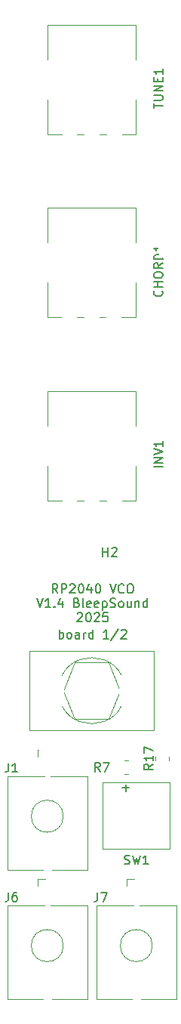
<source format=gto>
G04 #@! TF.GenerationSoftware,KiCad,Pcbnew,8.0.6-8.0.6-0~ubuntu22.04.1*
G04 #@! TF.CreationDate,2025-04-15T21:33:46+01:00*
G04 #@! TF.ProjectId,RP2040-VCO,52503230-3430-42d5-9643-4f2e6b696361,rev?*
G04 #@! TF.SameCoordinates,Original*
G04 #@! TF.FileFunction,Legend,Top*
G04 #@! TF.FilePolarity,Positive*
%FSLAX46Y46*%
G04 Gerber Fmt 4.6, Leading zero omitted, Abs format (unit mm)*
G04 Created by KiCad (PCBNEW 8.0.6-8.0.6-0~ubuntu22.04.1) date 2025-04-15 21:33:46*
%MOMM*%
%LPD*%
G01*
G04 APERTURE LIST*
%ADD10C,0.150000*%
%ADD11C,0.120000*%
%ADD12R,1.930000X1.830000*%
%ADD13C,2.130000*%
%ADD14C,4.000000*%
%ADD15C,1.800000*%
%ADD16C,1.500000*%
%ADD17C,1.524000*%
%ADD18C,3.200000*%
%ADD19O,3.200000X5.000000*%
%ADD20R,1.700000X1.700000*%
%ADD21O,1.700000X1.700000*%
G04 APERTURE END LIST*
D10*
X80171428Y-100544875D02*
X79838095Y-100068684D01*
X79600000Y-100544875D02*
X79600000Y-99544875D01*
X79600000Y-99544875D02*
X79980952Y-99544875D01*
X79980952Y-99544875D02*
X80076190Y-99592494D01*
X80076190Y-99592494D02*
X80123809Y-99640113D01*
X80123809Y-99640113D02*
X80171428Y-99735351D01*
X80171428Y-99735351D02*
X80171428Y-99878208D01*
X80171428Y-99878208D02*
X80123809Y-99973446D01*
X80123809Y-99973446D02*
X80076190Y-100021065D01*
X80076190Y-100021065D02*
X79980952Y-100068684D01*
X79980952Y-100068684D02*
X79600000Y-100068684D01*
X80600000Y-100544875D02*
X80600000Y-99544875D01*
X80600000Y-99544875D02*
X80980952Y-99544875D01*
X80980952Y-99544875D02*
X81076190Y-99592494D01*
X81076190Y-99592494D02*
X81123809Y-99640113D01*
X81123809Y-99640113D02*
X81171428Y-99735351D01*
X81171428Y-99735351D02*
X81171428Y-99878208D01*
X81171428Y-99878208D02*
X81123809Y-99973446D01*
X81123809Y-99973446D02*
X81076190Y-100021065D01*
X81076190Y-100021065D02*
X80980952Y-100068684D01*
X80980952Y-100068684D02*
X80600000Y-100068684D01*
X81552381Y-99640113D02*
X81600000Y-99592494D01*
X81600000Y-99592494D02*
X81695238Y-99544875D01*
X81695238Y-99544875D02*
X81933333Y-99544875D01*
X81933333Y-99544875D02*
X82028571Y-99592494D01*
X82028571Y-99592494D02*
X82076190Y-99640113D01*
X82076190Y-99640113D02*
X82123809Y-99735351D01*
X82123809Y-99735351D02*
X82123809Y-99830589D01*
X82123809Y-99830589D02*
X82076190Y-99973446D01*
X82076190Y-99973446D02*
X81504762Y-100544875D01*
X81504762Y-100544875D02*
X82123809Y-100544875D01*
X82742857Y-99544875D02*
X82838095Y-99544875D01*
X82838095Y-99544875D02*
X82933333Y-99592494D01*
X82933333Y-99592494D02*
X82980952Y-99640113D01*
X82980952Y-99640113D02*
X83028571Y-99735351D01*
X83028571Y-99735351D02*
X83076190Y-99925827D01*
X83076190Y-99925827D02*
X83076190Y-100163922D01*
X83076190Y-100163922D02*
X83028571Y-100354398D01*
X83028571Y-100354398D02*
X82980952Y-100449636D01*
X82980952Y-100449636D02*
X82933333Y-100497256D01*
X82933333Y-100497256D02*
X82838095Y-100544875D01*
X82838095Y-100544875D02*
X82742857Y-100544875D01*
X82742857Y-100544875D02*
X82647619Y-100497256D01*
X82647619Y-100497256D02*
X82600000Y-100449636D01*
X82600000Y-100449636D02*
X82552381Y-100354398D01*
X82552381Y-100354398D02*
X82504762Y-100163922D01*
X82504762Y-100163922D02*
X82504762Y-99925827D01*
X82504762Y-99925827D02*
X82552381Y-99735351D01*
X82552381Y-99735351D02*
X82600000Y-99640113D01*
X82600000Y-99640113D02*
X82647619Y-99592494D01*
X82647619Y-99592494D02*
X82742857Y-99544875D01*
X83933333Y-99878208D02*
X83933333Y-100544875D01*
X83695238Y-99497256D02*
X83457143Y-100211541D01*
X83457143Y-100211541D02*
X84076190Y-100211541D01*
X84647619Y-99544875D02*
X84742857Y-99544875D01*
X84742857Y-99544875D02*
X84838095Y-99592494D01*
X84838095Y-99592494D02*
X84885714Y-99640113D01*
X84885714Y-99640113D02*
X84933333Y-99735351D01*
X84933333Y-99735351D02*
X84980952Y-99925827D01*
X84980952Y-99925827D02*
X84980952Y-100163922D01*
X84980952Y-100163922D02*
X84933333Y-100354398D01*
X84933333Y-100354398D02*
X84885714Y-100449636D01*
X84885714Y-100449636D02*
X84838095Y-100497256D01*
X84838095Y-100497256D02*
X84742857Y-100544875D01*
X84742857Y-100544875D02*
X84647619Y-100544875D01*
X84647619Y-100544875D02*
X84552381Y-100497256D01*
X84552381Y-100497256D02*
X84504762Y-100449636D01*
X84504762Y-100449636D02*
X84457143Y-100354398D01*
X84457143Y-100354398D02*
X84409524Y-100163922D01*
X84409524Y-100163922D02*
X84409524Y-99925827D01*
X84409524Y-99925827D02*
X84457143Y-99735351D01*
X84457143Y-99735351D02*
X84504762Y-99640113D01*
X84504762Y-99640113D02*
X84552381Y-99592494D01*
X84552381Y-99592494D02*
X84647619Y-99544875D01*
X86028572Y-99544875D02*
X86361905Y-100544875D01*
X86361905Y-100544875D02*
X86695238Y-99544875D01*
X87600000Y-100449636D02*
X87552381Y-100497256D01*
X87552381Y-100497256D02*
X87409524Y-100544875D01*
X87409524Y-100544875D02*
X87314286Y-100544875D01*
X87314286Y-100544875D02*
X87171429Y-100497256D01*
X87171429Y-100497256D02*
X87076191Y-100402017D01*
X87076191Y-100402017D02*
X87028572Y-100306779D01*
X87028572Y-100306779D02*
X86980953Y-100116303D01*
X86980953Y-100116303D02*
X86980953Y-99973446D01*
X86980953Y-99973446D02*
X87028572Y-99782970D01*
X87028572Y-99782970D02*
X87076191Y-99687732D01*
X87076191Y-99687732D02*
X87171429Y-99592494D01*
X87171429Y-99592494D02*
X87314286Y-99544875D01*
X87314286Y-99544875D02*
X87409524Y-99544875D01*
X87409524Y-99544875D02*
X87552381Y-99592494D01*
X87552381Y-99592494D02*
X87600000Y-99640113D01*
X88219048Y-99544875D02*
X88409524Y-99544875D01*
X88409524Y-99544875D02*
X88504762Y-99592494D01*
X88504762Y-99592494D02*
X88600000Y-99687732D01*
X88600000Y-99687732D02*
X88647619Y-99878208D01*
X88647619Y-99878208D02*
X88647619Y-100211541D01*
X88647619Y-100211541D02*
X88600000Y-100402017D01*
X88600000Y-100402017D02*
X88504762Y-100497256D01*
X88504762Y-100497256D02*
X88409524Y-100544875D01*
X88409524Y-100544875D02*
X88219048Y-100544875D01*
X88219048Y-100544875D02*
X88123810Y-100497256D01*
X88123810Y-100497256D02*
X88028572Y-100402017D01*
X88028572Y-100402017D02*
X87980953Y-100211541D01*
X87980953Y-100211541D02*
X87980953Y-99878208D01*
X87980953Y-99878208D02*
X88028572Y-99687732D01*
X88028572Y-99687732D02*
X88123810Y-99592494D01*
X88123810Y-99592494D02*
X88219048Y-99544875D01*
X77838095Y-101154819D02*
X78171428Y-102154819D01*
X78171428Y-102154819D02*
X78504761Y-101154819D01*
X79361904Y-102154819D02*
X78790476Y-102154819D01*
X79076190Y-102154819D02*
X79076190Y-101154819D01*
X79076190Y-101154819D02*
X78980952Y-101297676D01*
X78980952Y-101297676D02*
X78885714Y-101392914D01*
X78885714Y-101392914D02*
X78790476Y-101440533D01*
X79790476Y-102059580D02*
X79838095Y-102107200D01*
X79838095Y-102107200D02*
X79790476Y-102154819D01*
X79790476Y-102154819D02*
X79742857Y-102107200D01*
X79742857Y-102107200D02*
X79790476Y-102059580D01*
X79790476Y-102059580D02*
X79790476Y-102154819D01*
X80695237Y-101488152D02*
X80695237Y-102154819D01*
X80457142Y-101107200D02*
X80219047Y-101821485D01*
X80219047Y-101821485D02*
X80838094Y-101821485D01*
X82314285Y-101631009D02*
X82457142Y-101678628D01*
X82457142Y-101678628D02*
X82504761Y-101726247D01*
X82504761Y-101726247D02*
X82552380Y-101821485D01*
X82552380Y-101821485D02*
X82552380Y-101964342D01*
X82552380Y-101964342D02*
X82504761Y-102059580D01*
X82504761Y-102059580D02*
X82457142Y-102107200D01*
X82457142Y-102107200D02*
X82361904Y-102154819D01*
X82361904Y-102154819D02*
X81980952Y-102154819D01*
X81980952Y-102154819D02*
X81980952Y-101154819D01*
X81980952Y-101154819D02*
X82314285Y-101154819D01*
X82314285Y-101154819D02*
X82409523Y-101202438D01*
X82409523Y-101202438D02*
X82457142Y-101250057D01*
X82457142Y-101250057D02*
X82504761Y-101345295D01*
X82504761Y-101345295D02*
X82504761Y-101440533D01*
X82504761Y-101440533D02*
X82457142Y-101535771D01*
X82457142Y-101535771D02*
X82409523Y-101583390D01*
X82409523Y-101583390D02*
X82314285Y-101631009D01*
X82314285Y-101631009D02*
X81980952Y-101631009D01*
X83123809Y-102154819D02*
X83028571Y-102107200D01*
X83028571Y-102107200D02*
X82980952Y-102011961D01*
X82980952Y-102011961D02*
X82980952Y-101154819D01*
X83885714Y-102107200D02*
X83790476Y-102154819D01*
X83790476Y-102154819D02*
X83600000Y-102154819D01*
X83600000Y-102154819D02*
X83504762Y-102107200D01*
X83504762Y-102107200D02*
X83457143Y-102011961D01*
X83457143Y-102011961D02*
X83457143Y-101631009D01*
X83457143Y-101631009D02*
X83504762Y-101535771D01*
X83504762Y-101535771D02*
X83600000Y-101488152D01*
X83600000Y-101488152D02*
X83790476Y-101488152D01*
X83790476Y-101488152D02*
X83885714Y-101535771D01*
X83885714Y-101535771D02*
X83933333Y-101631009D01*
X83933333Y-101631009D02*
X83933333Y-101726247D01*
X83933333Y-101726247D02*
X83457143Y-101821485D01*
X84742857Y-102107200D02*
X84647619Y-102154819D01*
X84647619Y-102154819D02*
X84457143Y-102154819D01*
X84457143Y-102154819D02*
X84361905Y-102107200D01*
X84361905Y-102107200D02*
X84314286Y-102011961D01*
X84314286Y-102011961D02*
X84314286Y-101631009D01*
X84314286Y-101631009D02*
X84361905Y-101535771D01*
X84361905Y-101535771D02*
X84457143Y-101488152D01*
X84457143Y-101488152D02*
X84647619Y-101488152D01*
X84647619Y-101488152D02*
X84742857Y-101535771D01*
X84742857Y-101535771D02*
X84790476Y-101631009D01*
X84790476Y-101631009D02*
X84790476Y-101726247D01*
X84790476Y-101726247D02*
X84314286Y-101821485D01*
X85219048Y-101488152D02*
X85219048Y-102488152D01*
X85219048Y-101535771D02*
X85314286Y-101488152D01*
X85314286Y-101488152D02*
X85504762Y-101488152D01*
X85504762Y-101488152D02*
X85600000Y-101535771D01*
X85600000Y-101535771D02*
X85647619Y-101583390D01*
X85647619Y-101583390D02*
X85695238Y-101678628D01*
X85695238Y-101678628D02*
X85695238Y-101964342D01*
X85695238Y-101964342D02*
X85647619Y-102059580D01*
X85647619Y-102059580D02*
X85600000Y-102107200D01*
X85600000Y-102107200D02*
X85504762Y-102154819D01*
X85504762Y-102154819D02*
X85314286Y-102154819D01*
X85314286Y-102154819D02*
X85219048Y-102107200D01*
X86076191Y-102107200D02*
X86219048Y-102154819D01*
X86219048Y-102154819D02*
X86457143Y-102154819D01*
X86457143Y-102154819D02*
X86552381Y-102107200D01*
X86552381Y-102107200D02*
X86600000Y-102059580D01*
X86600000Y-102059580D02*
X86647619Y-101964342D01*
X86647619Y-101964342D02*
X86647619Y-101869104D01*
X86647619Y-101869104D02*
X86600000Y-101773866D01*
X86600000Y-101773866D02*
X86552381Y-101726247D01*
X86552381Y-101726247D02*
X86457143Y-101678628D01*
X86457143Y-101678628D02*
X86266667Y-101631009D01*
X86266667Y-101631009D02*
X86171429Y-101583390D01*
X86171429Y-101583390D02*
X86123810Y-101535771D01*
X86123810Y-101535771D02*
X86076191Y-101440533D01*
X86076191Y-101440533D02*
X86076191Y-101345295D01*
X86076191Y-101345295D02*
X86123810Y-101250057D01*
X86123810Y-101250057D02*
X86171429Y-101202438D01*
X86171429Y-101202438D02*
X86266667Y-101154819D01*
X86266667Y-101154819D02*
X86504762Y-101154819D01*
X86504762Y-101154819D02*
X86647619Y-101202438D01*
X87219048Y-102154819D02*
X87123810Y-102107200D01*
X87123810Y-102107200D02*
X87076191Y-102059580D01*
X87076191Y-102059580D02*
X87028572Y-101964342D01*
X87028572Y-101964342D02*
X87028572Y-101678628D01*
X87028572Y-101678628D02*
X87076191Y-101583390D01*
X87076191Y-101583390D02*
X87123810Y-101535771D01*
X87123810Y-101535771D02*
X87219048Y-101488152D01*
X87219048Y-101488152D02*
X87361905Y-101488152D01*
X87361905Y-101488152D02*
X87457143Y-101535771D01*
X87457143Y-101535771D02*
X87504762Y-101583390D01*
X87504762Y-101583390D02*
X87552381Y-101678628D01*
X87552381Y-101678628D02*
X87552381Y-101964342D01*
X87552381Y-101964342D02*
X87504762Y-102059580D01*
X87504762Y-102059580D02*
X87457143Y-102107200D01*
X87457143Y-102107200D02*
X87361905Y-102154819D01*
X87361905Y-102154819D02*
X87219048Y-102154819D01*
X88409524Y-101488152D02*
X88409524Y-102154819D01*
X87980953Y-101488152D02*
X87980953Y-102011961D01*
X87980953Y-102011961D02*
X88028572Y-102107200D01*
X88028572Y-102107200D02*
X88123810Y-102154819D01*
X88123810Y-102154819D02*
X88266667Y-102154819D01*
X88266667Y-102154819D02*
X88361905Y-102107200D01*
X88361905Y-102107200D02*
X88409524Y-102059580D01*
X88885715Y-101488152D02*
X88885715Y-102154819D01*
X88885715Y-101583390D02*
X88933334Y-101535771D01*
X88933334Y-101535771D02*
X89028572Y-101488152D01*
X89028572Y-101488152D02*
X89171429Y-101488152D01*
X89171429Y-101488152D02*
X89266667Y-101535771D01*
X89266667Y-101535771D02*
X89314286Y-101631009D01*
X89314286Y-101631009D02*
X89314286Y-102154819D01*
X90219048Y-102154819D02*
X90219048Y-101154819D01*
X90219048Y-102107200D02*
X90123810Y-102154819D01*
X90123810Y-102154819D02*
X89933334Y-102154819D01*
X89933334Y-102154819D02*
X89838096Y-102107200D01*
X89838096Y-102107200D02*
X89790477Y-102059580D01*
X89790477Y-102059580D02*
X89742858Y-101964342D01*
X89742858Y-101964342D02*
X89742858Y-101678628D01*
X89742858Y-101678628D02*
X89790477Y-101583390D01*
X89790477Y-101583390D02*
X89838096Y-101535771D01*
X89838096Y-101535771D02*
X89933334Y-101488152D01*
X89933334Y-101488152D02*
X90123810Y-101488152D01*
X90123810Y-101488152D02*
X90219048Y-101535771D01*
X82385714Y-102860001D02*
X82433333Y-102812382D01*
X82433333Y-102812382D02*
X82528571Y-102764763D01*
X82528571Y-102764763D02*
X82766666Y-102764763D01*
X82766666Y-102764763D02*
X82861904Y-102812382D01*
X82861904Y-102812382D02*
X82909523Y-102860001D01*
X82909523Y-102860001D02*
X82957142Y-102955239D01*
X82957142Y-102955239D02*
X82957142Y-103050477D01*
X82957142Y-103050477D02*
X82909523Y-103193334D01*
X82909523Y-103193334D02*
X82338095Y-103764763D01*
X82338095Y-103764763D02*
X82957142Y-103764763D01*
X83576190Y-102764763D02*
X83671428Y-102764763D01*
X83671428Y-102764763D02*
X83766666Y-102812382D01*
X83766666Y-102812382D02*
X83814285Y-102860001D01*
X83814285Y-102860001D02*
X83861904Y-102955239D01*
X83861904Y-102955239D02*
X83909523Y-103145715D01*
X83909523Y-103145715D02*
X83909523Y-103383810D01*
X83909523Y-103383810D02*
X83861904Y-103574286D01*
X83861904Y-103574286D02*
X83814285Y-103669524D01*
X83814285Y-103669524D02*
X83766666Y-103717144D01*
X83766666Y-103717144D02*
X83671428Y-103764763D01*
X83671428Y-103764763D02*
X83576190Y-103764763D01*
X83576190Y-103764763D02*
X83480952Y-103717144D01*
X83480952Y-103717144D02*
X83433333Y-103669524D01*
X83433333Y-103669524D02*
X83385714Y-103574286D01*
X83385714Y-103574286D02*
X83338095Y-103383810D01*
X83338095Y-103383810D02*
X83338095Y-103145715D01*
X83338095Y-103145715D02*
X83385714Y-102955239D01*
X83385714Y-102955239D02*
X83433333Y-102860001D01*
X83433333Y-102860001D02*
X83480952Y-102812382D01*
X83480952Y-102812382D02*
X83576190Y-102764763D01*
X84290476Y-102860001D02*
X84338095Y-102812382D01*
X84338095Y-102812382D02*
X84433333Y-102764763D01*
X84433333Y-102764763D02*
X84671428Y-102764763D01*
X84671428Y-102764763D02*
X84766666Y-102812382D01*
X84766666Y-102812382D02*
X84814285Y-102860001D01*
X84814285Y-102860001D02*
X84861904Y-102955239D01*
X84861904Y-102955239D02*
X84861904Y-103050477D01*
X84861904Y-103050477D02*
X84814285Y-103193334D01*
X84814285Y-103193334D02*
X84242857Y-103764763D01*
X84242857Y-103764763D02*
X84861904Y-103764763D01*
X85766666Y-102764763D02*
X85290476Y-102764763D01*
X85290476Y-102764763D02*
X85242857Y-103240953D01*
X85242857Y-103240953D02*
X85290476Y-103193334D01*
X85290476Y-103193334D02*
X85385714Y-103145715D01*
X85385714Y-103145715D02*
X85623809Y-103145715D01*
X85623809Y-103145715D02*
X85719047Y-103193334D01*
X85719047Y-103193334D02*
X85766666Y-103240953D01*
X85766666Y-103240953D02*
X85814285Y-103336191D01*
X85814285Y-103336191D02*
X85814285Y-103574286D01*
X85814285Y-103574286D02*
X85766666Y-103669524D01*
X85766666Y-103669524D02*
X85719047Y-103717144D01*
X85719047Y-103717144D02*
X85623809Y-103764763D01*
X85623809Y-103764763D02*
X85385714Y-103764763D01*
X85385714Y-103764763D02*
X85290476Y-103717144D01*
X85290476Y-103717144D02*
X85242857Y-103669524D01*
X80361904Y-105654819D02*
X80361904Y-104654819D01*
X80361904Y-105035771D02*
X80457142Y-104988152D01*
X80457142Y-104988152D02*
X80647618Y-104988152D01*
X80647618Y-104988152D02*
X80742856Y-105035771D01*
X80742856Y-105035771D02*
X80790475Y-105083390D01*
X80790475Y-105083390D02*
X80838094Y-105178628D01*
X80838094Y-105178628D02*
X80838094Y-105464342D01*
X80838094Y-105464342D02*
X80790475Y-105559580D01*
X80790475Y-105559580D02*
X80742856Y-105607200D01*
X80742856Y-105607200D02*
X80647618Y-105654819D01*
X80647618Y-105654819D02*
X80457142Y-105654819D01*
X80457142Y-105654819D02*
X80361904Y-105607200D01*
X81409523Y-105654819D02*
X81314285Y-105607200D01*
X81314285Y-105607200D02*
X81266666Y-105559580D01*
X81266666Y-105559580D02*
X81219047Y-105464342D01*
X81219047Y-105464342D02*
X81219047Y-105178628D01*
X81219047Y-105178628D02*
X81266666Y-105083390D01*
X81266666Y-105083390D02*
X81314285Y-105035771D01*
X81314285Y-105035771D02*
X81409523Y-104988152D01*
X81409523Y-104988152D02*
X81552380Y-104988152D01*
X81552380Y-104988152D02*
X81647618Y-105035771D01*
X81647618Y-105035771D02*
X81695237Y-105083390D01*
X81695237Y-105083390D02*
X81742856Y-105178628D01*
X81742856Y-105178628D02*
X81742856Y-105464342D01*
X81742856Y-105464342D02*
X81695237Y-105559580D01*
X81695237Y-105559580D02*
X81647618Y-105607200D01*
X81647618Y-105607200D02*
X81552380Y-105654819D01*
X81552380Y-105654819D02*
X81409523Y-105654819D01*
X82599999Y-105654819D02*
X82599999Y-105131009D01*
X82599999Y-105131009D02*
X82552380Y-105035771D01*
X82552380Y-105035771D02*
X82457142Y-104988152D01*
X82457142Y-104988152D02*
X82266666Y-104988152D01*
X82266666Y-104988152D02*
X82171428Y-105035771D01*
X82599999Y-105607200D02*
X82504761Y-105654819D01*
X82504761Y-105654819D02*
X82266666Y-105654819D01*
X82266666Y-105654819D02*
X82171428Y-105607200D01*
X82171428Y-105607200D02*
X82123809Y-105511961D01*
X82123809Y-105511961D02*
X82123809Y-105416723D01*
X82123809Y-105416723D02*
X82171428Y-105321485D01*
X82171428Y-105321485D02*
X82266666Y-105273866D01*
X82266666Y-105273866D02*
X82504761Y-105273866D01*
X82504761Y-105273866D02*
X82599999Y-105226247D01*
X83076190Y-105654819D02*
X83076190Y-104988152D01*
X83076190Y-105178628D02*
X83123809Y-105083390D01*
X83123809Y-105083390D02*
X83171428Y-105035771D01*
X83171428Y-105035771D02*
X83266666Y-104988152D01*
X83266666Y-104988152D02*
X83361904Y-104988152D01*
X84123809Y-105654819D02*
X84123809Y-104654819D01*
X84123809Y-105607200D02*
X84028571Y-105654819D01*
X84028571Y-105654819D02*
X83838095Y-105654819D01*
X83838095Y-105654819D02*
X83742857Y-105607200D01*
X83742857Y-105607200D02*
X83695238Y-105559580D01*
X83695238Y-105559580D02*
X83647619Y-105464342D01*
X83647619Y-105464342D02*
X83647619Y-105178628D01*
X83647619Y-105178628D02*
X83695238Y-105083390D01*
X83695238Y-105083390D02*
X83742857Y-105035771D01*
X83742857Y-105035771D02*
X83838095Y-104988152D01*
X83838095Y-104988152D02*
X84028571Y-104988152D01*
X84028571Y-104988152D02*
X84123809Y-105035771D01*
X85885714Y-105654819D02*
X85314286Y-105654819D01*
X85600000Y-105654819D02*
X85600000Y-104654819D01*
X85600000Y-104654819D02*
X85504762Y-104797676D01*
X85504762Y-104797676D02*
X85409524Y-104892914D01*
X85409524Y-104892914D02*
X85314286Y-104940533D01*
X87028571Y-104607200D02*
X86171429Y-105892914D01*
X87314286Y-104750057D02*
X87361905Y-104702438D01*
X87361905Y-104702438D02*
X87457143Y-104654819D01*
X87457143Y-104654819D02*
X87695238Y-104654819D01*
X87695238Y-104654819D02*
X87790476Y-104702438D01*
X87790476Y-104702438D02*
X87838095Y-104750057D01*
X87838095Y-104750057D02*
X87885714Y-104845295D01*
X87885714Y-104845295D02*
X87885714Y-104940533D01*
X87885714Y-104940533D02*
X87838095Y-105083390D01*
X87838095Y-105083390D02*
X87266667Y-105654819D01*
X87266667Y-105654819D02*
X87885714Y-105654819D01*
X84636666Y-134134819D02*
X84636666Y-134849104D01*
X84636666Y-134849104D02*
X84589047Y-134991961D01*
X84589047Y-134991961D02*
X84493809Y-135087200D01*
X84493809Y-135087200D02*
X84350952Y-135134819D01*
X84350952Y-135134819D02*
X84255714Y-135134819D01*
X85017619Y-134134819D02*
X85684285Y-134134819D01*
X85684285Y-134134819D02*
X85255714Y-135134819D01*
X74636666Y-134134819D02*
X74636666Y-134849104D01*
X74636666Y-134849104D02*
X74589047Y-134991961D01*
X74589047Y-134991961D02*
X74493809Y-135087200D01*
X74493809Y-135087200D02*
X74350952Y-135134819D01*
X74350952Y-135134819D02*
X74255714Y-135134819D01*
X75541428Y-134134819D02*
X75350952Y-134134819D01*
X75350952Y-134134819D02*
X75255714Y-134182438D01*
X75255714Y-134182438D02*
X75208095Y-134230057D01*
X75208095Y-134230057D02*
X75112857Y-134372914D01*
X75112857Y-134372914D02*
X75065238Y-134563390D01*
X75065238Y-134563390D02*
X75065238Y-134944342D01*
X75065238Y-134944342D02*
X75112857Y-135039580D01*
X75112857Y-135039580D02*
X75160476Y-135087200D01*
X75160476Y-135087200D02*
X75255714Y-135134819D01*
X75255714Y-135134819D02*
X75446190Y-135134819D01*
X75446190Y-135134819D02*
X75541428Y-135087200D01*
X75541428Y-135087200D02*
X75589047Y-135039580D01*
X75589047Y-135039580D02*
X75636666Y-134944342D01*
X75636666Y-134944342D02*
X75636666Y-134706247D01*
X75636666Y-134706247D02*
X75589047Y-134611009D01*
X75589047Y-134611009D02*
X75541428Y-134563390D01*
X75541428Y-134563390D02*
X75446190Y-134515771D01*
X75446190Y-134515771D02*
X75255714Y-134515771D01*
X75255714Y-134515771D02*
X75160476Y-134563390D01*
X75160476Y-134563390D02*
X75112857Y-134611009D01*
X75112857Y-134611009D02*
X75065238Y-134706247D01*
X74636666Y-119634819D02*
X74636666Y-120349104D01*
X74636666Y-120349104D02*
X74589047Y-120491961D01*
X74589047Y-120491961D02*
X74493809Y-120587200D01*
X74493809Y-120587200D02*
X74350952Y-120634819D01*
X74350952Y-120634819D02*
X74255714Y-120634819D01*
X75636666Y-120634819D02*
X75065238Y-120634819D01*
X75350952Y-120634819D02*
X75350952Y-119634819D01*
X75350952Y-119634819D02*
X75255714Y-119777676D01*
X75255714Y-119777676D02*
X75160476Y-119872914D01*
X75160476Y-119872914D02*
X75065238Y-119920533D01*
X90954819Y-46211904D02*
X90954819Y-45640476D01*
X91954819Y-45926190D02*
X90954819Y-45926190D01*
X90954819Y-45307142D02*
X91764342Y-45307142D01*
X91764342Y-45307142D02*
X91859580Y-45259523D01*
X91859580Y-45259523D02*
X91907200Y-45211904D01*
X91907200Y-45211904D02*
X91954819Y-45116666D01*
X91954819Y-45116666D02*
X91954819Y-44926190D01*
X91954819Y-44926190D02*
X91907200Y-44830952D01*
X91907200Y-44830952D02*
X91859580Y-44783333D01*
X91859580Y-44783333D02*
X91764342Y-44735714D01*
X91764342Y-44735714D02*
X90954819Y-44735714D01*
X91954819Y-44259523D02*
X90954819Y-44259523D01*
X90954819Y-44259523D02*
X91954819Y-43688095D01*
X91954819Y-43688095D02*
X90954819Y-43688095D01*
X91431009Y-43211904D02*
X91431009Y-42878571D01*
X91954819Y-42735714D02*
X91954819Y-43211904D01*
X91954819Y-43211904D02*
X90954819Y-43211904D01*
X90954819Y-43211904D02*
X90954819Y-42735714D01*
X91954819Y-41783333D02*
X91954819Y-42354761D01*
X91954819Y-42069047D02*
X90954819Y-42069047D01*
X90954819Y-42069047D02*
X91097676Y-42164285D01*
X91097676Y-42164285D02*
X91192914Y-42259523D01*
X91192914Y-42259523D02*
X91240533Y-42354761D01*
X87666667Y-130907200D02*
X87809524Y-130954819D01*
X87809524Y-130954819D02*
X88047619Y-130954819D01*
X88047619Y-130954819D02*
X88142857Y-130907200D01*
X88142857Y-130907200D02*
X88190476Y-130859580D01*
X88190476Y-130859580D02*
X88238095Y-130764342D01*
X88238095Y-130764342D02*
X88238095Y-130669104D01*
X88238095Y-130669104D02*
X88190476Y-130573866D01*
X88190476Y-130573866D02*
X88142857Y-130526247D01*
X88142857Y-130526247D02*
X88047619Y-130478628D01*
X88047619Y-130478628D02*
X87857143Y-130431009D01*
X87857143Y-130431009D02*
X87761905Y-130383390D01*
X87761905Y-130383390D02*
X87714286Y-130335771D01*
X87714286Y-130335771D02*
X87666667Y-130240533D01*
X87666667Y-130240533D02*
X87666667Y-130145295D01*
X87666667Y-130145295D02*
X87714286Y-130050057D01*
X87714286Y-130050057D02*
X87761905Y-130002438D01*
X87761905Y-130002438D02*
X87857143Y-129954819D01*
X87857143Y-129954819D02*
X88095238Y-129954819D01*
X88095238Y-129954819D02*
X88238095Y-130002438D01*
X88571429Y-129954819D02*
X88809524Y-130954819D01*
X88809524Y-130954819D02*
X89000000Y-130240533D01*
X89000000Y-130240533D02*
X89190476Y-130954819D01*
X89190476Y-130954819D02*
X89428572Y-129954819D01*
X90333333Y-130954819D02*
X89761905Y-130954819D01*
X90047619Y-130954819D02*
X90047619Y-129954819D01*
X90047619Y-129954819D02*
X89952381Y-130097676D01*
X89952381Y-130097676D02*
X89857143Y-130192914D01*
X89857143Y-130192914D02*
X89761905Y-130240533D01*
X87436779Y-122388866D02*
X88198684Y-122388866D01*
X87817731Y-122769819D02*
X87817731Y-122007914D01*
X85238095Y-96454819D02*
X85238095Y-95454819D01*
X85238095Y-95931009D02*
X85809523Y-95931009D01*
X85809523Y-96454819D02*
X85809523Y-95454819D01*
X86238095Y-95550057D02*
X86285714Y-95502438D01*
X86285714Y-95502438D02*
X86380952Y-95454819D01*
X86380952Y-95454819D02*
X86619047Y-95454819D01*
X86619047Y-95454819D02*
X86714285Y-95502438D01*
X86714285Y-95502438D02*
X86761904Y-95550057D01*
X86761904Y-95550057D02*
X86809523Y-95645295D01*
X86809523Y-95645295D02*
X86809523Y-95740533D01*
X86809523Y-95740533D02*
X86761904Y-95883390D01*
X86761904Y-95883390D02*
X86190476Y-96454819D01*
X86190476Y-96454819D02*
X86809523Y-96454819D01*
X84933333Y-120554819D02*
X84600000Y-120078628D01*
X84361905Y-120554819D02*
X84361905Y-119554819D01*
X84361905Y-119554819D02*
X84742857Y-119554819D01*
X84742857Y-119554819D02*
X84838095Y-119602438D01*
X84838095Y-119602438D02*
X84885714Y-119650057D01*
X84885714Y-119650057D02*
X84933333Y-119745295D01*
X84933333Y-119745295D02*
X84933333Y-119888152D01*
X84933333Y-119888152D02*
X84885714Y-119983390D01*
X84885714Y-119983390D02*
X84838095Y-120031009D01*
X84838095Y-120031009D02*
X84742857Y-120078628D01*
X84742857Y-120078628D02*
X84361905Y-120078628D01*
X85266667Y-119554819D02*
X85933333Y-119554819D01*
X85933333Y-119554819D02*
X85504762Y-120554819D01*
X91859580Y-66664285D02*
X91907200Y-66711904D01*
X91907200Y-66711904D02*
X91954819Y-66854761D01*
X91954819Y-66854761D02*
X91954819Y-66949999D01*
X91954819Y-66949999D02*
X91907200Y-67092856D01*
X91907200Y-67092856D02*
X91811961Y-67188094D01*
X91811961Y-67188094D02*
X91716723Y-67235713D01*
X91716723Y-67235713D02*
X91526247Y-67283332D01*
X91526247Y-67283332D02*
X91383390Y-67283332D01*
X91383390Y-67283332D02*
X91192914Y-67235713D01*
X91192914Y-67235713D02*
X91097676Y-67188094D01*
X91097676Y-67188094D02*
X91002438Y-67092856D01*
X91002438Y-67092856D02*
X90954819Y-66949999D01*
X90954819Y-66949999D02*
X90954819Y-66854761D01*
X90954819Y-66854761D02*
X91002438Y-66711904D01*
X91002438Y-66711904D02*
X91050057Y-66664285D01*
X91954819Y-66235713D02*
X90954819Y-66235713D01*
X91431009Y-66235713D02*
X91431009Y-65664285D01*
X91954819Y-65664285D02*
X90954819Y-65664285D01*
X90954819Y-64997618D02*
X90954819Y-64807142D01*
X90954819Y-64807142D02*
X91002438Y-64711904D01*
X91002438Y-64711904D02*
X91097676Y-64616666D01*
X91097676Y-64616666D02*
X91288152Y-64569047D01*
X91288152Y-64569047D02*
X91621485Y-64569047D01*
X91621485Y-64569047D02*
X91811961Y-64616666D01*
X91811961Y-64616666D02*
X91907200Y-64711904D01*
X91907200Y-64711904D02*
X91954819Y-64807142D01*
X91954819Y-64807142D02*
X91954819Y-64997618D01*
X91954819Y-64997618D02*
X91907200Y-65092856D01*
X91907200Y-65092856D02*
X91811961Y-65188094D01*
X91811961Y-65188094D02*
X91621485Y-65235713D01*
X91621485Y-65235713D02*
X91288152Y-65235713D01*
X91288152Y-65235713D02*
X91097676Y-65188094D01*
X91097676Y-65188094D02*
X91002438Y-65092856D01*
X91002438Y-65092856D02*
X90954819Y-64997618D01*
X91954819Y-63569047D02*
X91478628Y-63902380D01*
X91954819Y-64140475D02*
X90954819Y-64140475D01*
X90954819Y-64140475D02*
X90954819Y-63759523D01*
X90954819Y-63759523D02*
X91002438Y-63664285D01*
X91002438Y-63664285D02*
X91050057Y-63616666D01*
X91050057Y-63616666D02*
X91145295Y-63569047D01*
X91145295Y-63569047D02*
X91288152Y-63569047D01*
X91288152Y-63569047D02*
X91383390Y-63616666D01*
X91383390Y-63616666D02*
X91431009Y-63664285D01*
X91431009Y-63664285D02*
X91478628Y-63759523D01*
X91478628Y-63759523D02*
X91478628Y-64140475D01*
X91954819Y-63140475D02*
X90954819Y-63140475D01*
X90954819Y-63140475D02*
X90954819Y-62902380D01*
X90954819Y-62902380D02*
X91002438Y-62759523D01*
X91002438Y-62759523D02*
X91097676Y-62664285D01*
X91097676Y-62664285D02*
X91192914Y-62616666D01*
X91192914Y-62616666D02*
X91383390Y-62569047D01*
X91383390Y-62569047D02*
X91526247Y-62569047D01*
X91526247Y-62569047D02*
X91716723Y-62616666D01*
X91716723Y-62616666D02*
X91811961Y-62664285D01*
X91811961Y-62664285D02*
X91907200Y-62759523D01*
X91907200Y-62759523D02*
X91954819Y-62902380D01*
X91954819Y-62902380D02*
X91954819Y-63140475D01*
X91954819Y-61616666D02*
X91954819Y-62188094D01*
X91954819Y-61902380D02*
X90954819Y-61902380D01*
X90954819Y-61902380D02*
X91097676Y-61997618D01*
X91097676Y-61997618D02*
X91192914Y-62092856D01*
X91192914Y-62092856D02*
X91240533Y-62188094D01*
X90854819Y-119742857D02*
X90378628Y-120076190D01*
X90854819Y-120314285D02*
X89854819Y-120314285D01*
X89854819Y-120314285D02*
X89854819Y-119933333D01*
X89854819Y-119933333D02*
X89902438Y-119838095D01*
X89902438Y-119838095D02*
X89950057Y-119790476D01*
X89950057Y-119790476D02*
X90045295Y-119742857D01*
X90045295Y-119742857D02*
X90188152Y-119742857D01*
X90188152Y-119742857D02*
X90283390Y-119790476D01*
X90283390Y-119790476D02*
X90331009Y-119838095D01*
X90331009Y-119838095D02*
X90378628Y-119933333D01*
X90378628Y-119933333D02*
X90378628Y-120314285D01*
X90854819Y-118790476D02*
X90854819Y-119361904D01*
X90854819Y-119076190D02*
X89854819Y-119076190D01*
X89854819Y-119076190D02*
X89997676Y-119171428D01*
X89997676Y-119171428D02*
X90092914Y-119266666D01*
X90092914Y-119266666D02*
X90140533Y-119361904D01*
X89854819Y-118457142D02*
X89854819Y-117790476D01*
X89854819Y-117790476D02*
X90854819Y-118219047D01*
X91954819Y-86428570D02*
X90954819Y-86428570D01*
X91954819Y-85952380D02*
X90954819Y-85952380D01*
X90954819Y-85952380D02*
X91954819Y-85380952D01*
X91954819Y-85380952D02*
X90954819Y-85380952D01*
X90954819Y-85047618D02*
X91954819Y-84714285D01*
X91954819Y-84714285D02*
X90954819Y-84380952D01*
X91954819Y-83523809D02*
X91954819Y-84095237D01*
X91954819Y-83809523D02*
X90954819Y-83809523D01*
X90954819Y-83809523D02*
X91097676Y-83904761D01*
X91097676Y-83904761D02*
X91192914Y-83999999D01*
X91192914Y-83999999D02*
X91240533Y-84095237D01*
D11*
X84500000Y-135580000D02*
X84500000Y-146080000D01*
X87940000Y-132600000D02*
X87940000Y-133400000D01*
X87940000Y-132600000D02*
X88800000Y-132600000D01*
X88500000Y-146080000D02*
X84500000Y-146080000D01*
X88650000Y-135580000D02*
X84500000Y-135580000D01*
X93500000Y-135580000D02*
X89350000Y-135580000D01*
X93500000Y-135580000D02*
X93500000Y-146080000D01*
X93500000Y-146080000D02*
X89500000Y-146080000D01*
X90800000Y-140080000D02*
G75*
G02*
X87200000Y-140080000I-1800000J0D01*
G01*
X87200000Y-140080000D02*
G75*
G02*
X90800000Y-140080000I1800000J0D01*
G01*
X74500000Y-135580000D02*
X74500000Y-146080000D01*
X77940000Y-132600000D02*
X77940000Y-133400000D01*
X77940000Y-132600000D02*
X78800000Y-132600000D01*
X78500000Y-146080000D02*
X74500000Y-146080000D01*
X78650000Y-135580000D02*
X74500000Y-135580000D01*
X83500000Y-135580000D02*
X79350000Y-135580000D01*
X83500000Y-135580000D02*
X83500000Y-146080000D01*
X83500000Y-146080000D02*
X79500000Y-146080000D01*
X80800000Y-140080000D02*
G75*
G02*
X77200000Y-140080000I-1800000J0D01*
G01*
X77200000Y-140080000D02*
G75*
G02*
X80800000Y-140080000I1800000J0D01*
G01*
X74500000Y-121080000D02*
X74500000Y-131580000D01*
X77940000Y-118100000D02*
X77940000Y-118900000D01*
X77940000Y-118100000D02*
X78800000Y-118100000D01*
X78500000Y-131580000D02*
X74500000Y-131580000D01*
X78650000Y-121080000D02*
X74500000Y-121080000D01*
X83500000Y-121080000D02*
X79350000Y-121080000D01*
X83500000Y-121080000D02*
X83500000Y-131580000D01*
X83500000Y-131580000D02*
X79500000Y-131580000D01*
X80800000Y-125580000D02*
G75*
G02*
X77200000Y-125580000I-1800000J0D01*
G01*
X77200000Y-125580000D02*
G75*
G02*
X80800000Y-125580000I1800000J0D01*
G01*
X79030000Y-36880000D02*
X88970000Y-36880000D01*
X79030000Y-40745000D02*
X79030000Y-36880000D01*
X79030000Y-49120000D02*
X79030000Y-45255000D01*
X79030000Y-49120000D02*
X80629000Y-49120000D01*
X82371000Y-49120000D02*
X83130000Y-49120000D01*
X84871000Y-49120000D02*
X85630000Y-49120000D01*
X87370000Y-49120000D02*
X88970000Y-49120000D01*
X88970000Y-40745000D02*
X88970000Y-36880000D01*
X88970000Y-49120000D02*
X88970000Y-45255000D01*
X85250000Y-121750000D02*
X92750000Y-121750000D01*
X85250000Y-129250000D02*
X85250000Y-121750000D01*
X85250000Y-129250000D02*
X92750000Y-129250000D01*
X92750000Y-129250000D02*
X92750000Y-121750000D01*
X88127064Y-119365000D02*
X87672936Y-119365000D01*
X88127064Y-120835000D02*
X87672936Y-120835000D01*
X77015000Y-107055000D02*
X90985000Y-107055000D01*
X77015000Y-115945000D02*
X77015000Y-107055000D01*
X80825000Y-111500000D02*
X82095000Y-108325000D01*
X82095000Y-108325000D02*
X85905000Y-108325000D01*
X82095000Y-114675000D02*
X80825000Y-111500000D01*
X85905000Y-108325000D02*
X87175000Y-111500000D01*
X85905000Y-114675000D02*
X82095000Y-114675000D01*
X87175000Y-111500000D02*
X85905000Y-114675000D01*
X90985000Y-107055000D02*
X90985000Y-115945000D01*
X90985000Y-115945000D02*
X77015000Y-115945000D01*
X87702654Y-111500000D02*
G75*
G02*
X80297346Y-111500000I-3702654J0D01*
G01*
X80297346Y-111500000D02*
G75*
G02*
X87702654Y-111500000I3702654J0D01*
G01*
X78990000Y-57380000D02*
X88930000Y-57380000D01*
X78990000Y-61245000D02*
X78990000Y-57380000D01*
X78990000Y-69620000D02*
X78990000Y-65755000D01*
X78990000Y-69620000D02*
X80589000Y-69620000D01*
X82331000Y-69620000D02*
X83090000Y-69620000D01*
X84831000Y-69620000D02*
X85590000Y-69620000D01*
X87330000Y-69620000D02*
X88930000Y-69620000D01*
X88930000Y-61245000D02*
X88930000Y-57380000D01*
X88930000Y-69620000D02*
X88930000Y-65755000D01*
X91165000Y-119327064D02*
X91165000Y-118872936D01*
X92635000Y-119327064D02*
X92635000Y-118872936D01*
X79030000Y-77930000D02*
X88970000Y-77930000D01*
X79030000Y-81795000D02*
X79030000Y-77930000D01*
X79030000Y-90170000D02*
X79030000Y-86305000D01*
X79030000Y-90170000D02*
X80629000Y-90170000D01*
X82371000Y-90170000D02*
X83130000Y-90170000D01*
X84871000Y-90170000D02*
X85630000Y-90170000D01*
X87370000Y-90170000D02*
X88970000Y-90170000D01*
X88970000Y-81795000D02*
X88970000Y-77930000D01*
X88970000Y-90170000D02*
X88970000Y-86305000D01*
%LPC*%
D12*
X89000000Y-133600000D03*
D13*
X89000000Y-145000000D03*
X89000000Y-136700000D03*
D12*
X79000000Y-133600000D03*
D13*
X79000000Y-145000000D03*
X79000000Y-136700000D03*
D12*
X79000000Y-119100000D03*
D13*
X79000000Y-130500000D03*
X79000000Y-122200000D03*
D14*
X79600000Y-43000000D03*
X88400000Y-43000000D03*
D15*
X81500000Y-50000000D03*
X84000000Y-50000000D03*
X86500000Y-50000000D03*
D16*
X86460000Y-125500000D03*
D17*
X86460000Y-128040000D03*
X86460000Y-122960000D03*
X91540000Y-128040000D03*
X91540000Y-122960000D03*
X89000000Y-128200000D03*
X89000000Y-122800000D03*
D18*
X90500000Y-96000000D03*
G36*
G01*
X89500000Y-119650000D02*
X89500000Y-120550000D01*
G75*
G02*
X89250000Y-120800000I-250000J0D01*
G01*
X88550000Y-120800000D01*
G75*
G02*
X88300000Y-120550000I0J250000D01*
G01*
X88300000Y-119650000D01*
G75*
G02*
X88550000Y-119400000I250000J0D01*
G01*
X89250000Y-119400000D01*
G75*
G02*
X89500000Y-119650000I0J-250000D01*
G01*
G37*
G36*
G01*
X87500000Y-119650000D02*
X87500000Y-120550000D01*
G75*
G02*
X87250000Y-120800000I-250000J0D01*
G01*
X86550000Y-120800000D01*
G75*
G02*
X86300000Y-120550000I0J250000D01*
G01*
X86300000Y-119650000D01*
G75*
G02*
X86550000Y-119400000I250000J0D01*
G01*
X87250000Y-119400000D01*
G75*
G02*
X87500000Y-119650000I0J-250000D01*
G01*
G37*
D19*
X88700000Y-111500000D03*
X84000000Y-111500000D03*
X79300000Y-111500000D03*
D14*
X79560000Y-63500000D03*
X88360000Y-63500000D03*
D15*
X81460000Y-70500000D03*
X83960000Y-70500000D03*
X86460000Y-70500000D03*
G36*
G01*
X92350000Y-120700000D02*
X91450000Y-120700000D01*
G75*
G02*
X91200000Y-120450000I0J250000D01*
G01*
X91200000Y-119750000D01*
G75*
G02*
X91450000Y-119500000I250000J0D01*
G01*
X92350000Y-119500000D01*
G75*
G02*
X92600000Y-119750000I0J-250000D01*
G01*
X92600000Y-120450000D01*
G75*
G02*
X92350000Y-120700000I-250000J0D01*
G01*
G37*
G36*
G01*
X92350000Y-118700000D02*
X91450000Y-118700000D01*
G75*
G02*
X91200000Y-118450000I0J250000D01*
G01*
X91200000Y-117750000D01*
G75*
G02*
X91450000Y-117500000I250000J0D01*
G01*
X92350000Y-117500000D01*
G75*
G02*
X92600000Y-117750000I0J-250000D01*
G01*
X92600000Y-118450000D01*
G75*
G02*
X92350000Y-118700000I-250000J0D01*
G01*
G37*
D14*
X79600000Y-84050000D03*
X88400000Y-84050000D03*
D15*
X81500000Y-91050000D03*
X84000000Y-91050000D03*
X86500000Y-91050000D03*
D20*
X92200000Y-49500000D03*
D21*
X92200000Y-52040000D03*
X92200000Y-54580000D03*
X92200000Y-57120000D03*
X92200000Y-59660000D03*
X92200000Y-62200000D03*
D20*
X75750000Y-67800000D03*
D21*
X75750000Y-70340000D03*
X75750000Y-72880000D03*
X75750000Y-75420000D03*
X75750000Y-77960000D03*
X75750000Y-80500000D03*
X75750000Y-83040000D03*
X75750000Y-85580000D03*
%LPD*%
M02*

</source>
